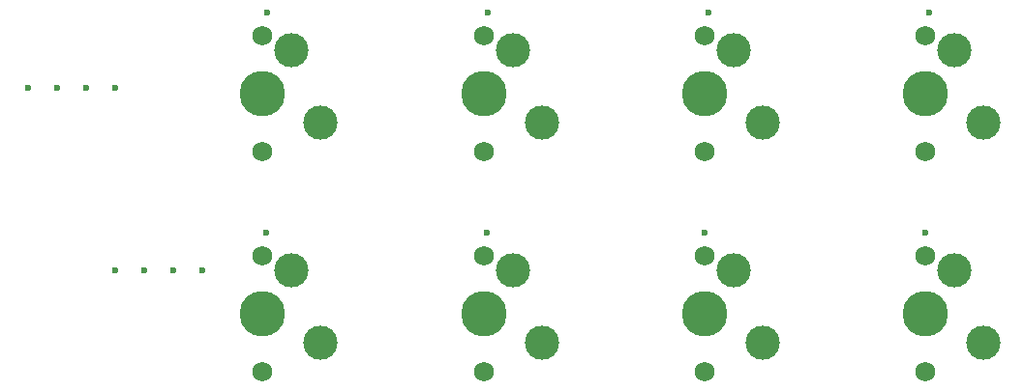
<source format=gbr>
G04 #@! TF.GenerationSoftware,KiCad,Pcbnew,8.0.6*
G04 #@! TF.CreationDate,2025-06-28T13:01:24+01:00*
G04 #@! TF.ProjectId,2x4,3278342e-6b69-4636-9164-5f7063625858,0.2*
G04 #@! TF.SameCoordinates,Original*
G04 #@! TF.FileFunction,Soldermask,Top*
G04 #@! TF.FilePolarity,Negative*
%FSLAX46Y46*%
G04 Gerber Fmt 4.6, Leading zero omitted, Abs format (unit mm)*
G04 Created by KiCad (PCBNEW 8.0.6) date 2025-06-28 13:01:24*
%MOMM*%
%LPD*%
G01*
G04 APERTURE LIST*
%ADD10C,1.750000*%
%ADD11C,3.000000*%
%ADD12C,3.987800*%
%ADD13C,0.600000*%
G04 APERTURE END LIST*
D10*
X101346000Y-46228000D03*
D11*
X103886000Y-47498000D03*
D12*
X101346000Y-51308000D03*
D11*
X106426000Y-53848000D03*
D10*
X101346000Y-56388000D03*
X139954000Y-65532000D03*
D11*
X142494000Y-66802000D03*
D12*
X139954000Y-70612000D03*
D11*
X145034000Y-73152000D03*
D10*
X139954000Y-75692000D03*
X120650000Y-46228000D03*
D11*
X123190000Y-47498000D03*
D12*
X120650000Y-51308000D03*
D11*
X125730000Y-53848000D03*
D10*
X120650000Y-56388000D03*
X120650000Y-65532000D03*
D11*
X123190000Y-66802000D03*
D12*
X120650000Y-70612000D03*
D11*
X125730000Y-73152000D03*
D10*
X120650000Y-75692000D03*
X101346000Y-65532000D03*
D11*
X103886000Y-66802000D03*
D12*
X101346000Y-70612000D03*
D11*
X106426000Y-73152000D03*
D10*
X101346000Y-75692000D03*
X81998934Y-46228000D03*
D11*
X84538934Y-47498000D03*
D12*
X81998934Y-51308000D03*
D11*
X87078934Y-53848000D03*
D10*
X81998934Y-56388000D03*
X139954000Y-46228000D03*
D11*
X142494000Y-47498000D03*
D12*
X139954000Y-51308000D03*
D11*
X145034000Y-53848000D03*
D10*
X139954000Y-56388000D03*
X81998934Y-65532000D03*
D11*
X84538934Y-66802000D03*
D12*
X81998934Y-70612000D03*
D11*
X87078934Y-73152000D03*
D10*
X81998934Y-75692000D03*
D13*
X69088000Y-50800000D03*
X82423000Y-44196000D03*
X64008000Y-50800000D03*
X121031000Y-44196000D03*
X140335000Y-44196000D03*
X61468000Y-50800000D03*
X101727000Y-44196000D03*
X66548000Y-50800000D03*
X74168000Y-66802000D03*
X101600000Y-63500000D03*
X76708000Y-66802000D03*
X82296000Y-63500000D03*
X71628000Y-66802000D03*
X120650000Y-63500000D03*
X139954000Y-63500000D03*
X69088000Y-66802000D03*
M02*

</source>
